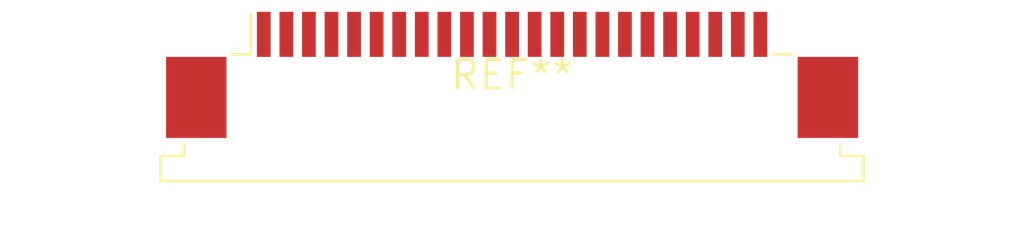
<source format=kicad_pcb>
(kicad_pcb (version 20240108) (generator pcbnew)
  (layers (0 "F.Cu" signal) (31 "B.Cu" signal) (34 "B.Paste" user) (35 "F.Paste" user) (36 "B.SilkS" user "B.Silkscreen") (37 "F.SilkS" user "F.Silkscreen") (38 "B.Mask" user) (39 "F.Mask" user) (44 "Edge.Cuts" user))
  (net 0 "")
  (footprint "TE_2-84952-3_1x23-1MP_P1.0mm_Horizontal" (layer "F.Cu") (at 0 0)
    (property "Reference" "REF**")
    (property "Value" "TE_2-84952-3_1x23-1MP_P1.0mm_Horizontal")
    (fp_line (start -15.57 3.6) (end -14.545 3.6) (layer "F.SilkS") (stroke (width 0.12)))
    (fp_line (start -15.57 4.71) (end -15.57 3.6) (layer "F.SilkS") (stroke (width 0.12)))
    (fp_line (start -14.545 3.6) (end -14.545 3.06) (layer "F.SilkS") (stroke (width 0.12)))
    (fp_line (start -12.39 -0.91) (end -11.565 -0.91) (layer "F.SilkS") (stroke (width 0.12)))
    (fp_line (start -11.565 -0.91) (end -11.565 -2.71) (layer "F.SilkS") (stroke (width 0.12)))
    (fp_line (start 11.565 -0.91) (end 12.39 -0.91) (layer "F.SilkS") (stroke (width 0.12)))
    (fp_line (start 14.545 3.06) (end 14.545 3.6) (layer "F.SilkS") (stroke (width 0.12)))
    (fp_line (start 14.545 3.6) (end 15.57 3.6) (layer "F.SilkS") (stroke (width 0.12)))
    (fp_line (start 15.57 3.6) (end 15.57 4.71) (layer "F.SilkS") (stroke (width 0.12)))
    (fp_line (start 15.57 4.71) (end -15.57 4.71) (layer "F.SilkS") (stroke (width 0.12)))
    (pad "1" smd rect (at -11 -1.8) (size 0.61 2) (layers "F.Cu" "F.Paste" "F.Mask"))
    (pad "2" smd rect (at -10 -1.8) (size 0.61 2) (layers "F.Cu" "F.Paste" "F.Mask"))
    (pad "3" smd rect (at -9 -1.8) (size 0.61 2) (layers "F.Cu" "F.Paste" "F.Mask"))
    (pad "4" smd rect (at -8 -1.8) (size 0.61 2) (layers "F.Cu" "F.Paste" "F.Mask"))
    (pad "5" smd rect (at -7 -1.8) (size 0.61 2) (layers "F.Cu" "F.Paste" "F.Mask"))
    (pad "6" smd rect (at -6 -1.8) (size 0.61 2) (layers "F.Cu" "F.Paste" "F.Mask"))
    (pad "7" smd rect (at -5 -1.8) (size 0.61 2) (layers "F.Cu" "F.Paste" "F.Mask"))
    (pad "8" smd rect (at -4 -1.8) (size 0.61 2) (layers "F.Cu" "F.Paste" "F.Mask"))
    (pad "9" smd rect (at -3 -1.8) (size 0.61 2) (layers "F.Cu" "F.Paste" "F.Mask"))
    (pad "10" smd rect (at -2 -1.8) (size 0.61 2) (layers "F.Cu" "F.Paste" "F.Mask"))
    (pad "11" smd rect (at -1 -1.8) (size 0.61 2) (layers "F.Cu" "F.Paste" "F.Mask"))
    (pad "12" smd rect (at 0 -1.8) (size 0.61 2) (layers "F.Cu" "F.Paste" "F.Mask"))
    (pad "13" smd rect (at 1 -1.8) (size 0.61 2) (layers "F.Cu" "F.Paste" "F.Mask"))
    (pad "14" smd rect (at 2 -1.8) (size 0.61 2) (layers "F.Cu" "F.Paste" "F.Mask"))
    (pad "15" smd rect (at 3 -1.8) (size 0.61 2) (layers "F.Cu" "F.Paste" "F.Mask"))
    (pad "16" smd rect (at 4 -1.8) (size 0.61 2) (layers "F.Cu" "F.Paste" "F.Mask"))
    (pad "17" smd rect (at 5 -1.8) (size 0.61 2) (layers "F.Cu" "F.Paste" "F.Mask"))
    (pad "18" smd rect (at 6 -1.8) (size 0.61 2) (layers "F.Cu" "F.Paste" "F.Mask"))
    (pad "19" smd rect (at 7 -1.8) (size 0.61 2) (layers "F.Cu" "F.Paste" "F.Mask"))
    (pad "20" smd rect (at 8 -1.8) (size 0.61 2) (layers "F.Cu" "F.Paste" "F.Mask"))
    (pad "21" smd rect (at 9 -1.8) (size 0.61 2) (layers "F.Cu" "F.Paste" "F.Mask"))
    (pad "22" smd rect (at 10 -1.8) (size 0.61 2) (layers "F.Cu" "F.Paste" "F.Mask"))
    (pad "23" smd rect (at 11 -1.8) (size 0.61 2) (layers "F.Cu" "F.Paste" "F.Mask"))
    (pad "MP" smd rect (at -13.99 1) (size 2.68 3.6) (layers "F.Cu" "F.Paste" "F.Mask"))
    (pad "MP" smd rect (at 13.99 1) (size 2.68 3.6) (layers "F.Cu" "F.Paste" "F.Mask"))
  )
)
</source>
